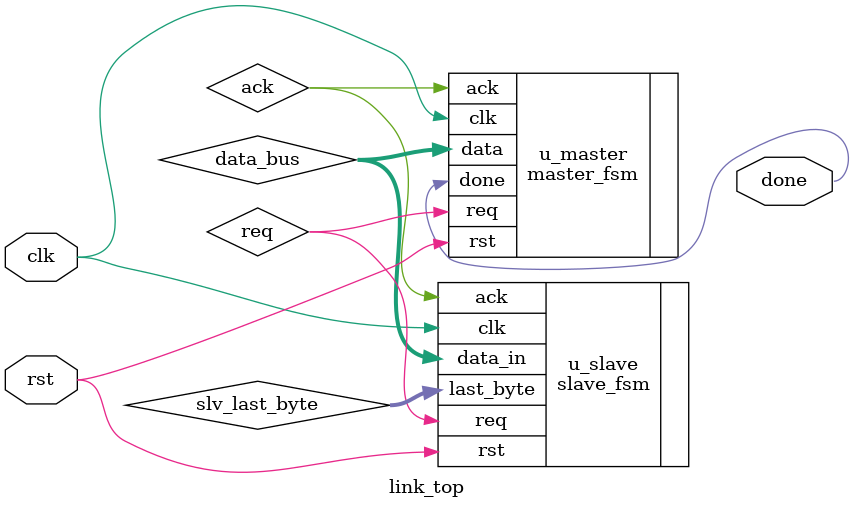
<source format=v>


module link_top(
  input  wire clk,
  input  wire rst,   
  output wire done
);
  wire req, ack;
  wire [7:0] data_bus;
  wire [7:0] slv_last_byte; 

  master_fsm u_master(
    .clk (clk),
    .rst (rst),
    .ack (ack),
    .req (req),
    .data(data_bus),
    .done(done)
  );

  slave_fsm u_slave(
    .clk      (clk),
    .rst      (rst),
    .req      (req),
    .data_in  (data_bus),
    .ack      (ack),
    .last_byte(slv_last_byte)
  );
endmodule

</source>
